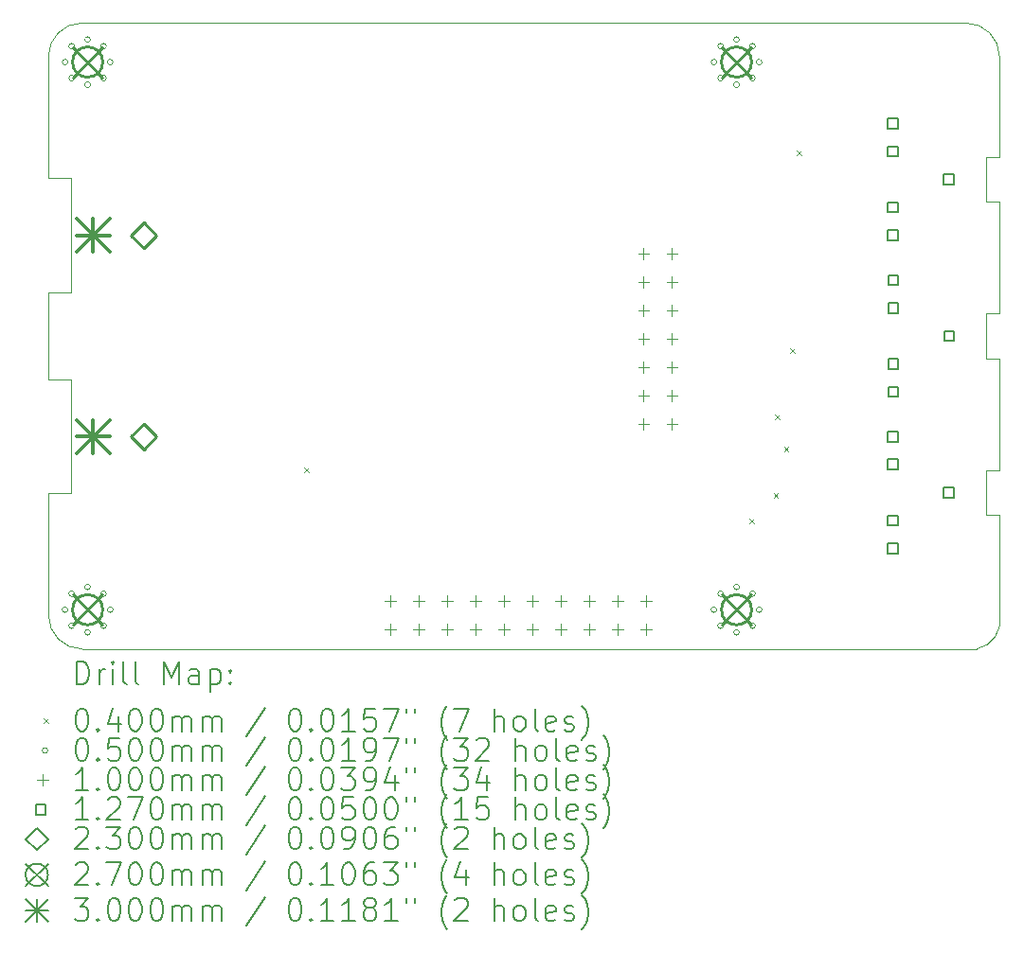
<source format=gbr>
%FSLAX45Y45*%
G04 Gerber Fmt 4.5, Leading zero omitted, Abs format (unit mm)*
G04 Created by KiCad (PCBNEW (6.0.1)) date 2022-01-27 00:39:42*
%MOMM*%
%LPD*%
G01*
G04 APERTURE LIST*
%TA.AperFunction,Profile*%
%ADD10C,0.100000*%
%TD*%
%ADD11C,0.200000*%
%ADD12C,0.040000*%
%ADD13C,0.050000*%
%ADD14C,0.100000*%
%ADD15C,0.127000*%
%ADD16C,0.230000*%
%ADD17C,0.270000*%
%ADD18C,0.300000*%
G04 APERTURE END LIST*
D10*
X5000000Y-6390000D02*
X5200000Y-6390000D01*
X5000000Y-10300000D02*
G75*
G03*
X5300000Y-10600000I300000J0D01*
G01*
X13500000Y-5300000D02*
G75*
G03*
X13200000Y-5000000I-300000J0D01*
G01*
X13500000Y-9400000D02*
X13380000Y-9400000D01*
X13500000Y-6200000D02*
X13380000Y-6200000D01*
X13300000Y-10600000D02*
G75*
G03*
X13500000Y-10300000I-50000J250000D01*
G01*
X13500000Y-8000000D02*
X13380000Y-8000000D01*
X13380000Y-6600000D02*
X13500000Y-6600000D01*
X13500000Y-9000000D02*
X13500000Y-8000000D01*
X5000000Y-8190000D02*
X5200000Y-8190000D01*
X13500000Y-6200000D02*
X13500000Y-5300000D01*
X13380000Y-9000000D02*
X13500000Y-9000000D01*
X5200000Y-9210000D02*
X5000000Y-9210000D01*
X13380000Y-9400000D02*
X13380000Y-9000000D01*
X5200000Y-7410000D02*
X5000000Y-7410000D01*
X13380000Y-7600000D02*
X13500000Y-7600000D01*
X13380000Y-8000000D02*
X13380000Y-7600000D01*
X5300000Y-5000000D02*
G75*
G03*
X5000000Y-5300000I0J-300000D01*
G01*
X13500000Y-6600000D02*
X13500000Y-7600000D01*
X5300000Y-10600000D02*
X13300000Y-10600000D01*
X5000000Y-7410000D02*
X5000000Y-8190000D01*
X5000000Y-9210000D02*
X5000000Y-10300000D01*
X5000000Y-5300000D02*
X5000000Y-6390000D01*
X13500000Y-9400000D02*
X13500000Y-10300000D01*
X5200000Y-6390000D02*
X5200000Y-7410000D01*
X5300000Y-5000000D02*
X13200000Y-5000000D01*
X5200000Y-8190000D02*
X5200000Y-9210000D01*
X13380000Y-6200000D02*
X13380000Y-6600000D01*
D11*
D12*
X7287470Y-8975750D02*
X7327470Y-9015750D01*
X7327470Y-8975750D02*
X7287470Y-9015750D01*
X11267340Y-9437370D02*
X11307340Y-9477370D01*
X11307340Y-9437370D02*
X11267340Y-9477370D01*
X11480000Y-9210000D02*
X11520000Y-9250000D01*
X11520000Y-9210000D02*
X11480000Y-9250000D01*
X11492020Y-8504540D02*
X11532020Y-8544540D01*
X11532020Y-8504540D02*
X11492020Y-8544540D01*
X11573340Y-8789530D02*
X11613340Y-8829530D01*
X11613340Y-8789530D02*
X11573340Y-8829530D01*
X11630000Y-7914500D02*
X11670000Y-7954500D01*
X11670000Y-7914500D02*
X11630000Y-7954500D01*
X11690000Y-6140000D02*
X11730000Y-6180000D01*
X11730000Y-6140000D02*
X11690000Y-6180000D01*
D13*
X5172500Y-5350000D02*
G75*
G03*
X5172500Y-5350000I-25000J0D01*
G01*
X5172500Y-10250000D02*
G75*
G03*
X5172500Y-10250000I-25000J0D01*
G01*
X5231811Y-5206811D02*
G75*
G03*
X5231811Y-5206811I-25000J0D01*
G01*
X5231811Y-5493189D02*
G75*
G03*
X5231811Y-5493189I-25000J0D01*
G01*
X5231811Y-10106811D02*
G75*
G03*
X5231811Y-10106811I-25000J0D01*
G01*
X5231811Y-10393189D02*
G75*
G03*
X5231811Y-10393189I-25000J0D01*
G01*
X5375000Y-5147500D02*
G75*
G03*
X5375000Y-5147500I-25000J0D01*
G01*
X5375000Y-5552500D02*
G75*
G03*
X5375000Y-5552500I-25000J0D01*
G01*
X5375000Y-10047500D02*
G75*
G03*
X5375000Y-10047500I-25000J0D01*
G01*
X5375000Y-10452500D02*
G75*
G03*
X5375000Y-10452500I-25000J0D01*
G01*
X5518189Y-5206811D02*
G75*
G03*
X5518189Y-5206811I-25000J0D01*
G01*
X5518189Y-5493189D02*
G75*
G03*
X5518189Y-5493189I-25000J0D01*
G01*
X5518189Y-10106811D02*
G75*
G03*
X5518189Y-10106811I-25000J0D01*
G01*
X5518189Y-10393189D02*
G75*
G03*
X5518189Y-10393189I-25000J0D01*
G01*
X5577500Y-5350000D02*
G75*
G03*
X5577500Y-5350000I-25000J0D01*
G01*
X5577500Y-10250000D02*
G75*
G03*
X5577500Y-10250000I-25000J0D01*
G01*
X10972500Y-5350000D02*
G75*
G03*
X10972500Y-5350000I-25000J0D01*
G01*
X10972500Y-10250000D02*
G75*
G03*
X10972500Y-10250000I-25000J0D01*
G01*
X11031811Y-5206811D02*
G75*
G03*
X11031811Y-5206811I-25000J0D01*
G01*
X11031811Y-5493189D02*
G75*
G03*
X11031811Y-5493189I-25000J0D01*
G01*
X11031811Y-10106811D02*
G75*
G03*
X11031811Y-10106811I-25000J0D01*
G01*
X11031811Y-10393189D02*
G75*
G03*
X11031811Y-10393189I-25000J0D01*
G01*
X11175000Y-5147500D02*
G75*
G03*
X11175000Y-5147500I-25000J0D01*
G01*
X11175000Y-5552500D02*
G75*
G03*
X11175000Y-5552500I-25000J0D01*
G01*
X11175000Y-10047500D02*
G75*
G03*
X11175000Y-10047500I-25000J0D01*
G01*
X11175000Y-10452500D02*
G75*
G03*
X11175000Y-10452500I-25000J0D01*
G01*
X11318189Y-5206811D02*
G75*
G03*
X11318189Y-5206811I-25000J0D01*
G01*
X11318189Y-5493189D02*
G75*
G03*
X11318189Y-5493189I-25000J0D01*
G01*
X11318189Y-10106811D02*
G75*
G03*
X11318189Y-10106811I-25000J0D01*
G01*
X11318189Y-10393189D02*
G75*
G03*
X11318189Y-10393189I-25000J0D01*
G01*
X11377500Y-5350000D02*
G75*
G03*
X11377500Y-5350000I-25000J0D01*
G01*
X11377500Y-10250000D02*
G75*
G03*
X11377500Y-10250000I-25000J0D01*
G01*
D14*
X8057000Y-10123000D02*
X8057000Y-10223000D01*
X8007000Y-10173000D02*
X8107000Y-10173000D01*
X8057000Y-10377000D02*
X8057000Y-10477000D01*
X8007000Y-10427000D02*
X8107000Y-10427000D01*
X8311000Y-10123000D02*
X8311000Y-10223000D01*
X8261000Y-10173000D02*
X8361000Y-10173000D01*
X8311000Y-10377000D02*
X8311000Y-10477000D01*
X8261000Y-10427000D02*
X8361000Y-10427000D01*
X8565000Y-10123000D02*
X8565000Y-10223000D01*
X8515000Y-10173000D02*
X8615000Y-10173000D01*
X8565000Y-10377000D02*
X8565000Y-10477000D01*
X8515000Y-10427000D02*
X8615000Y-10427000D01*
X8819000Y-10123000D02*
X8819000Y-10223000D01*
X8769000Y-10173000D02*
X8869000Y-10173000D01*
X8819000Y-10377000D02*
X8819000Y-10477000D01*
X8769000Y-10427000D02*
X8869000Y-10427000D01*
X9073000Y-10123000D02*
X9073000Y-10223000D01*
X9023000Y-10173000D02*
X9123000Y-10173000D01*
X9073000Y-10377000D02*
X9073000Y-10477000D01*
X9023000Y-10427000D02*
X9123000Y-10427000D01*
X9327000Y-10123000D02*
X9327000Y-10223000D01*
X9277000Y-10173000D02*
X9377000Y-10173000D01*
X9327000Y-10377000D02*
X9327000Y-10477000D01*
X9277000Y-10427000D02*
X9377000Y-10427000D01*
X9581000Y-10123000D02*
X9581000Y-10223000D01*
X9531000Y-10173000D02*
X9631000Y-10173000D01*
X9581000Y-10377000D02*
X9581000Y-10477000D01*
X9531000Y-10427000D02*
X9631000Y-10427000D01*
X9835000Y-10123000D02*
X9835000Y-10223000D01*
X9785000Y-10173000D02*
X9885000Y-10173000D01*
X9835000Y-10377000D02*
X9835000Y-10477000D01*
X9785000Y-10427000D02*
X9885000Y-10427000D01*
X10089000Y-10123000D02*
X10089000Y-10223000D01*
X10039000Y-10173000D02*
X10139000Y-10173000D01*
X10089000Y-10377000D02*
X10089000Y-10477000D01*
X10039000Y-10427000D02*
X10139000Y-10427000D01*
X10320000Y-7010700D02*
X10320000Y-7110700D01*
X10270000Y-7060700D02*
X10370000Y-7060700D01*
X10320000Y-7264700D02*
X10320000Y-7364700D01*
X10270000Y-7314700D02*
X10370000Y-7314700D01*
X10320000Y-7518700D02*
X10320000Y-7618700D01*
X10270000Y-7568700D02*
X10370000Y-7568700D01*
X10320000Y-7772700D02*
X10320000Y-7872700D01*
X10270000Y-7822700D02*
X10370000Y-7822700D01*
X10320000Y-8026700D02*
X10320000Y-8126700D01*
X10270000Y-8076700D02*
X10370000Y-8076700D01*
X10320000Y-8280700D02*
X10320000Y-8380700D01*
X10270000Y-8330700D02*
X10370000Y-8330700D01*
X10320000Y-8534700D02*
X10320000Y-8634700D01*
X10270000Y-8584700D02*
X10370000Y-8584700D01*
X10343000Y-10123000D02*
X10343000Y-10223000D01*
X10293000Y-10173000D02*
X10393000Y-10173000D01*
X10343000Y-10377000D02*
X10343000Y-10477000D01*
X10293000Y-10427000D02*
X10393000Y-10427000D01*
X10574000Y-7010700D02*
X10574000Y-7110700D01*
X10524000Y-7060700D02*
X10624000Y-7060700D01*
X10574000Y-7264700D02*
X10574000Y-7364700D01*
X10524000Y-7314700D02*
X10624000Y-7314700D01*
X10574000Y-7518700D02*
X10574000Y-7618700D01*
X10524000Y-7568700D02*
X10624000Y-7568700D01*
X10574000Y-7772700D02*
X10574000Y-7872700D01*
X10524000Y-7822700D02*
X10624000Y-7822700D01*
X10574000Y-8026700D02*
X10574000Y-8126700D01*
X10524000Y-8076700D02*
X10624000Y-8076700D01*
X10574000Y-8280700D02*
X10574000Y-8380700D01*
X10524000Y-8330700D02*
X10624000Y-8330700D01*
X10574000Y-8534700D02*
X10574000Y-8634700D01*
X10524000Y-8584700D02*
X10624000Y-8584700D01*
D15*
X12589902Y-5944902D02*
X12589902Y-5855098D01*
X12500098Y-5855098D01*
X12500098Y-5944902D01*
X12589902Y-5944902D01*
X12589902Y-6194902D02*
X12589902Y-6105098D01*
X12500098Y-6105098D01*
X12500098Y-6194902D01*
X12589902Y-6194902D01*
X12589902Y-6694902D02*
X12589902Y-6605098D01*
X12500098Y-6605098D01*
X12500098Y-6694902D01*
X12589902Y-6694902D01*
X12589902Y-6944902D02*
X12589902Y-6855098D01*
X12500098Y-6855098D01*
X12500098Y-6944902D01*
X12589902Y-6944902D01*
X12589902Y-8744902D02*
X12589902Y-8655098D01*
X12500098Y-8655098D01*
X12500098Y-8744902D01*
X12589902Y-8744902D01*
X12589902Y-8994902D02*
X12589902Y-8905098D01*
X12500098Y-8905098D01*
X12500098Y-8994902D01*
X12589902Y-8994902D01*
X12589902Y-9494902D02*
X12589902Y-9405098D01*
X12500098Y-9405098D01*
X12500098Y-9494902D01*
X12589902Y-9494902D01*
X12589902Y-9744902D02*
X12589902Y-9655098D01*
X12500098Y-9655098D01*
X12500098Y-9744902D01*
X12589902Y-9744902D01*
X12594902Y-7344902D02*
X12594902Y-7255098D01*
X12505098Y-7255098D01*
X12505098Y-7344902D01*
X12594902Y-7344902D01*
X12594902Y-7594902D02*
X12594902Y-7505098D01*
X12505098Y-7505098D01*
X12505098Y-7594902D01*
X12594902Y-7594902D01*
X12594902Y-8094902D02*
X12594902Y-8005098D01*
X12505098Y-8005098D01*
X12505098Y-8094902D01*
X12594902Y-8094902D01*
X12594902Y-8344902D02*
X12594902Y-8255098D01*
X12505098Y-8255098D01*
X12505098Y-8344902D01*
X12594902Y-8344902D01*
X13089902Y-6444902D02*
X13089902Y-6355098D01*
X13000098Y-6355098D01*
X13000098Y-6444902D01*
X13089902Y-6444902D01*
X13089902Y-9244902D02*
X13089902Y-9155098D01*
X13000098Y-9155098D01*
X13000098Y-9244902D01*
X13089902Y-9244902D01*
X13094902Y-7844902D02*
X13094902Y-7755098D01*
X13005098Y-7755098D01*
X13005098Y-7844902D01*
X13094902Y-7844902D01*
D16*
X5850000Y-7015000D02*
X5965000Y-6900000D01*
X5850000Y-6785000D01*
X5735000Y-6900000D01*
X5850000Y-7015000D01*
X5850000Y-8815000D02*
X5965000Y-8700000D01*
X5850000Y-8585000D01*
X5735000Y-8700000D01*
X5850000Y-8815000D01*
D17*
X5215000Y-5215000D02*
X5485000Y-5485000D01*
X5485000Y-5215000D02*
X5215000Y-5485000D01*
X5485000Y-5350000D02*
G75*
G03*
X5485000Y-5350000I-135000J0D01*
G01*
X5215000Y-10115000D02*
X5485000Y-10385000D01*
X5485000Y-10115000D02*
X5215000Y-10385000D01*
X5485000Y-10250000D02*
G75*
G03*
X5485000Y-10250000I-135000J0D01*
G01*
X11015000Y-5215000D02*
X11285000Y-5485000D01*
X11285000Y-5215000D02*
X11015000Y-5485000D01*
X11285000Y-5350000D02*
G75*
G03*
X11285000Y-5350000I-135000J0D01*
G01*
X11015000Y-10115000D02*
X11285000Y-10385000D01*
X11285000Y-10115000D02*
X11015000Y-10385000D01*
X11285000Y-10250000D02*
G75*
G03*
X11285000Y-10250000I-135000J0D01*
G01*
D18*
X5250000Y-6750000D02*
X5550000Y-7050000D01*
X5550000Y-6750000D02*
X5250000Y-7050000D01*
X5400000Y-6750000D02*
X5400000Y-7050000D01*
X5250000Y-6900000D02*
X5550000Y-6900000D01*
X5250000Y-8550000D02*
X5550000Y-8850000D01*
X5550000Y-8550000D02*
X5250000Y-8850000D01*
X5400000Y-8550000D02*
X5400000Y-8850000D01*
X5250000Y-8700000D02*
X5550000Y-8700000D01*
D11*
X5252619Y-10915476D02*
X5252619Y-10715476D01*
X5300238Y-10715476D01*
X5328810Y-10725000D01*
X5347857Y-10744048D01*
X5357381Y-10763095D01*
X5366905Y-10801190D01*
X5366905Y-10829762D01*
X5357381Y-10867857D01*
X5347857Y-10886905D01*
X5328810Y-10905952D01*
X5300238Y-10915476D01*
X5252619Y-10915476D01*
X5452619Y-10915476D02*
X5452619Y-10782143D01*
X5452619Y-10820238D02*
X5462143Y-10801190D01*
X5471667Y-10791667D01*
X5490714Y-10782143D01*
X5509762Y-10782143D01*
X5576429Y-10915476D02*
X5576429Y-10782143D01*
X5576429Y-10715476D02*
X5566905Y-10725000D01*
X5576429Y-10734524D01*
X5585952Y-10725000D01*
X5576429Y-10715476D01*
X5576429Y-10734524D01*
X5700238Y-10915476D02*
X5681190Y-10905952D01*
X5671667Y-10886905D01*
X5671667Y-10715476D01*
X5805000Y-10915476D02*
X5785952Y-10905952D01*
X5776428Y-10886905D01*
X5776428Y-10715476D01*
X6033571Y-10915476D02*
X6033571Y-10715476D01*
X6100238Y-10858333D01*
X6166905Y-10715476D01*
X6166905Y-10915476D01*
X6347857Y-10915476D02*
X6347857Y-10810714D01*
X6338333Y-10791667D01*
X6319286Y-10782143D01*
X6281190Y-10782143D01*
X6262143Y-10791667D01*
X6347857Y-10905952D02*
X6328809Y-10915476D01*
X6281190Y-10915476D01*
X6262143Y-10905952D01*
X6252619Y-10886905D01*
X6252619Y-10867857D01*
X6262143Y-10848810D01*
X6281190Y-10839286D01*
X6328809Y-10839286D01*
X6347857Y-10829762D01*
X6443095Y-10782143D02*
X6443095Y-10982143D01*
X6443095Y-10791667D02*
X6462143Y-10782143D01*
X6500238Y-10782143D01*
X6519286Y-10791667D01*
X6528809Y-10801190D01*
X6538333Y-10820238D01*
X6538333Y-10877381D01*
X6528809Y-10896429D01*
X6519286Y-10905952D01*
X6500238Y-10915476D01*
X6462143Y-10915476D01*
X6443095Y-10905952D01*
X6624048Y-10896429D02*
X6633571Y-10905952D01*
X6624048Y-10915476D01*
X6614524Y-10905952D01*
X6624048Y-10896429D01*
X6624048Y-10915476D01*
X6624048Y-10791667D02*
X6633571Y-10801190D01*
X6624048Y-10810714D01*
X6614524Y-10801190D01*
X6624048Y-10791667D01*
X6624048Y-10810714D01*
D12*
X4955000Y-11225000D02*
X4995000Y-11265000D01*
X4995000Y-11225000D02*
X4955000Y-11265000D01*
D11*
X5290714Y-11135476D02*
X5309762Y-11135476D01*
X5328810Y-11145000D01*
X5338333Y-11154524D01*
X5347857Y-11173571D01*
X5357381Y-11211667D01*
X5357381Y-11259286D01*
X5347857Y-11297381D01*
X5338333Y-11316428D01*
X5328810Y-11325952D01*
X5309762Y-11335476D01*
X5290714Y-11335476D01*
X5271667Y-11325952D01*
X5262143Y-11316428D01*
X5252619Y-11297381D01*
X5243095Y-11259286D01*
X5243095Y-11211667D01*
X5252619Y-11173571D01*
X5262143Y-11154524D01*
X5271667Y-11145000D01*
X5290714Y-11135476D01*
X5443095Y-11316428D02*
X5452619Y-11325952D01*
X5443095Y-11335476D01*
X5433571Y-11325952D01*
X5443095Y-11316428D01*
X5443095Y-11335476D01*
X5624048Y-11202143D02*
X5624048Y-11335476D01*
X5576429Y-11125952D02*
X5528810Y-11268809D01*
X5652619Y-11268809D01*
X5766905Y-11135476D02*
X5785952Y-11135476D01*
X5805000Y-11145000D01*
X5814524Y-11154524D01*
X5824048Y-11173571D01*
X5833571Y-11211667D01*
X5833571Y-11259286D01*
X5824048Y-11297381D01*
X5814524Y-11316428D01*
X5805000Y-11325952D01*
X5785952Y-11335476D01*
X5766905Y-11335476D01*
X5747857Y-11325952D01*
X5738333Y-11316428D01*
X5728809Y-11297381D01*
X5719286Y-11259286D01*
X5719286Y-11211667D01*
X5728809Y-11173571D01*
X5738333Y-11154524D01*
X5747857Y-11145000D01*
X5766905Y-11135476D01*
X5957381Y-11135476D02*
X5976428Y-11135476D01*
X5995476Y-11145000D01*
X6005000Y-11154524D01*
X6014524Y-11173571D01*
X6024048Y-11211667D01*
X6024048Y-11259286D01*
X6014524Y-11297381D01*
X6005000Y-11316428D01*
X5995476Y-11325952D01*
X5976428Y-11335476D01*
X5957381Y-11335476D01*
X5938333Y-11325952D01*
X5928809Y-11316428D01*
X5919286Y-11297381D01*
X5909762Y-11259286D01*
X5909762Y-11211667D01*
X5919286Y-11173571D01*
X5928809Y-11154524D01*
X5938333Y-11145000D01*
X5957381Y-11135476D01*
X6109762Y-11335476D02*
X6109762Y-11202143D01*
X6109762Y-11221190D02*
X6119286Y-11211667D01*
X6138333Y-11202143D01*
X6166905Y-11202143D01*
X6185952Y-11211667D01*
X6195476Y-11230714D01*
X6195476Y-11335476D01*
X6195476Y-11230714D02*
X6205000Y-11211667D01*
X6224048Y-11202143D01*
X6252619Y-11202143D01*
X6271667Y-11211667D01*
X6281190Y-11230714D01*
X6281190Y-11335476D01*
X6376428Y-11335476D02*
X6376428Y-11202143D01*
X6376428Y-11221190D02*
X6385952Y-11211667D01*
X6405000Y-11202143D01*
X6433571Y-11202143D01*
X6452619Y-11211667D01*
X6462143Y-11230714D01*
X6462143Y-11335476D01*
X6462143Y-11230714D02*
X6471667Y-11211667D01*
X6490714Y-11202143D01*
X6519286Y-11202143D01*
X6538333Y-11211667D01*
X6547857Y-11230714D01*
X6547857Y-11335476D01*
X6938333Y-11125952D02*
X6766905Y-11383095D01*
X7195476Y-11135476D02*
X7214524Y-11135476D01*
X7233571Y-11145000D01*
X7243095Y-11154524D01*
X7252619Y-11173571D01*
X7262143Y-11211667D01*
X7262143Y-11259286D01*
X7252619Y-11297381D01*
X7243095Y-11316428D01*
X7233571Y-11325952D01*
X7214524Y-11335476D01*
X7195476Y-11335476D01*
X7176428Y-11325952D01*
X7166905Y-11316428D01*
X7157381Y-11297381D01*
X7147857Y-11259286D01*
X7147857Y-11211667D01*
X7157381Y-11173571D01*
X7166905Y-11154524D01*
X7176428Y-11145000D01*
X7195476Y-11135476D01*
X7347857Y-11316428D02*
X7357381Y-11325952D01*
X7347857Y-11335476D01*
X7338333Y-11325952D01*
X7347857Y-11316428D01*
X7347857Y-11335476D01*
X7481190Y-11135476D02*
X7500238Y-11135476D01*
X7519286Y-11145000D01*
X7528809Y-11154524D01*
X7538333Y-11173571D01*
X7547857Y-11211667D01*
X7547857Y-11259286D01*
X7538333Y-11297381D01*
X7528809Y-11316428D01*
X7519286Y-11325952D01*
X7500238Y-11335476D01*
X7481190Y-11335476D01*
X7462143Y-11325952D01*
X7452619Y-11316428D01*
X7443095Y-11297381D01*
X7433571Y-11259286D01*
X7433571Y-11211667D01*
X7443095Y-11173571D01*
X7452619Y-11154524D01*
X7462143Y-11145000D01*
X7481190Y-11135476D01*
X7738333Y-11335476D02*
X7624048Y-11335476D01*
X7681190Y-11335476D02*
X7681190Y-11135476D01*
X7662143Y-11164048D01*
X7643095Y-11183095D01*
X7624048Y-11192619D01*
X7919286Y-11135476D02*
X7824048Y-11135476D01*
X7814524Y-11230714D01*
X7824048Y-11221190D01*
X7843095Y-11211667D01*
X7890714Y-11211667D01*
X7909762Y-11221190D01*
X7919286Y-11230714D01*
X7928809Y-11249762D01*
X7928809Y-11297381D01*
X7919286Y-11316428D01*
X7909762Y-11325952D01*
X7890714Y-11335476D01*
X7843095Y-11335476D01*
X7824048Y-11325952D01*
X7814524Y-11316428D01*
X7995476Y-11135476D02*
X8128809Y-11135476D01*
X8043095Y-11335476D01*
X8195476Y-11135476D02*
X8195476Y-11173571D01*
X8271667Y-11135476D02*
X8271667Y-11173571D01*
X8566905Y-11411667D02*
X8557381Y-11402143D01*
X8538333Y-11373571D01*
X8528810Y-11354524D01*
X8519286Y-11325952D01*
X8509762Y-11278333D01*
X8509762Y-11240238D01*
X8519286Y-11192619D01*
X8528810Y-11164048D01*
X8538333Y-11145000D01*
X8557381Y-11116429D01*
X8566905Y-11106905D01*
X8624048Y-11135476D02*
X8757381Y-11135476D01*
X8671667Y-11335476D01*
X8985952Y-11335476D02*
X8985952Y-11135476D01*
X9071667Y-11335476D02*
X9071667Y-11230714D01*
X9062143Y-11211667D01*
X9043095Y-11202143D01*
X9014524Y-11202143D01*
X8995476Y-11211667D01*
X8985952Y-11221190D01*
X9195476Y-11335476D02*
X9176429Y-11325952D01*
X9166905Y-11316428D01*
X9157381Y-11297381D01*
X9157381Y-11240238D01*
X9166905Y-11221190D01*
X9176429Y-11211667D01*
X9195476Y-11202143D01*
X9224048Y-11202143D01*
X9243095Y-11211667D01*
X9252619Y-11221190D01*
X9262143Y-11240238D01*
X9262143Y-11297381D01*
X9252619Y-11316428D01*
X9243095Y-11325952D01*
X9224048Y-11335476D01*
X9195476Y-11335476D01*
X9376429Y-11335476D02*
X9357381Y-11325952D01*
X9347857Y-11306905D01*
X9347857Y-11135476D01*
X9528810Y-11325952D02*
X9509762Y-11335476D01*
X9471667Y-11335476D01*
X9452619Y-11325952D01*
X9443095Y-11306905D01*
X9443095Y-11230714D01*
X9452619Y-11211667D01*
X9471667Y-11202143D01*
X9509762Y-11202143D01*
X9528810Y-11211667D01*
X9538333Y-11230714D01*
X9538333Y-11249762D01*
X9443095Y-11268809D01*
X9614524Y-11325952D02*
X9633571Y-11335476D01*
X9671667Y-11335476D01*
X9690714Y-11325952D01*
X9700238Y-11306905D01*
X9700238Y-11297381D01*
X9690714Y-11278333D01*
X9671667Y-11268809D01*
X9643095Y-11268809D01*
X9624048Y-11259286D01*
X9614524Y-11240238D01*
X9614524Y-11230714D01*
X9624048Y-11211667D01*
X9643095Y-11202143D01*
X9671667Y-11202143D01*
X9690714Y-11211667D01*
X9766905Y-11411667D02*
X9776429Y-11402143D01*
X9795476Y-11373571D01*
X9805000Y-11354524D01*
X9814524Y-11325952D01*
X9824048Y-11278333D01*
X9824048Y-11240238D01*
X9814524Y-11192619D01*
X9805000Y-11164048D01*
X9795476Y-11145000D01*
X9776429Y-11116429D01*
X9766905Y-11106905D01*
D13*
X4995000Y-11509000D02*
G75*
G03*
X4995000Y-11509000I-25000J0D01*
G01*
D11*
X5290714Y-11399476D02*
X5309762Y-11399476D01*
X5328810Y-11409000D01*
X5338333Y-11418524D01*
X5347857Y-11437571D01*
X5357381Y-11475667D01*
X5357381Y-11523286D01*
X5347857Y-11561381D01*
X5338333Y-11580428D01*
X5328810Y-11589952D01*
X5309762Y-11599476D01*
X5290714Y-11599476D01*
X5271667Y-11589952D01*
X5262143Y-11580428D01*
X5252619Y-11561381D01*
X5243095Y-11523286D01*
X5243095Y-11475667D01*
X5252619Y-11437571D01*
X5262143Y-11418524D01*
X5271667Y-11409000D01*
X5290714Y-11399476D01*
X5443095Y-11580428D02*
X5452619Y-11589952D01*
X5443095Y-11599476D01*
X5433571Y-11589952D01*
X5443095Y-11580428D01*
X5443095Y-11599476D01*
X5633571Y-11399476D02*
X5538333Y-11399476D01*
X5528810Y-11494714D01*
X5538333Y-11485190D01*
X5557381Y-11475667D01*
X5605000Y-11475667D01*
X5624048Y-11485190D01*
X5633571Y-11494714D01*
X5643095Y-11513762D01*
X5643095Y-11561381D01*
X5633571Y-11580428D01*
X5624048Y-11589952D01*
X5605000Y-11599476D01*
X5557381Y-11599476D01*
X5538333Y-11589952D01*
X5528810Y-11580428D01*
X5766905Y-11399476D02*
X5785952Y-11399476D01*
X5805000Y-11409000D01*
X5814524Y-11418524D01*
X5824048Y-11437571D01*
X5833571Y-11475667D01*
X5833571Y-11523286D01*
X5824048Y-11561381D01*
X5814524Y-11580428D01*
X5805000Y-11589952D01*
X5785952Y-11599476D01*
X5766905Y-11599476D01*
X5747857Y-11589952D01*
X5738333Y-11580428D01*
X5728809Y-11561381D01*
X5719286Y-11523286D01*
X5719286Y-11475667D01*
X5728809Y-11437571D01*
X5738333Y-11418524D01*
X5747857Y-11409000D01*
X5766905Y-11399476D01*
X5957381Y-11399476D02*
X5976428Y-11399476D01*
X5995476Y-11409000D01*
X6005000Y-11418524D01*
X6014524Y-11437571D01*
X6024048Y-11475667D01*
X6024048Y-11523286D01*
X6014524Y-11561381D01*
X6005000Y-11580428D01*
X5995476Y-11589952D01*
X5976428Y-11599476D01*
X5957381Y-11599476D01*
X5938333Y-11589952D01*
X5928809Y-11580428D01*
X5919286Y-11561381D01*
X5909762Y-11523286D01*
X5909762Y-11475667D01*
X5919286Y-11437571D01*
X5928809Y-11418524D01*
X5938333Y-11409000D01*
X5957381Y-11399476D01*
X6109762Y-11599476D02*
X6109762Y-11466143D01*
X6109762Y-11485190D02*
X6119286Y-11475667D01*
X6138333Y-11466143D01*
X6166905Y-11466143D01*
X6185952Y-11475667D01*
X6195476Y-11494714D01*
X6195476Y-11599476D01*
X6195476Y-11494714D02*
X6205000Y-11475667D01*
X6224048Y-11466143D01*
X6252619Y-11466143D01*
X6271667Y-11475667D01*
X6281190Y-11494714D01*
X6281190Y-11599476D01*
X6376428Y-11599476D02*
X6376428Y-11466143D01*
X6376428Y-11485190D02*
X6385952Y-11475667D01*
X6405000Y-11466143D01*
X6433571Y-11466143D01*
X6452619Y-11475667D01*
X6462143Y-11494714D01*
X6462143Y-11599476D01*
X6462143Y-11494714D02*
X6471667Y-11475667D01*
X6490714Y-11466143D01*
X6519286Y-11466143D01*
X6538333Y-11475667D01*
X6547857Y-11494714D01*
X6547857Y-11599476D01*
X6938333Y-11389952D02*
X6766905Y-11647095D01*
X7195476Y-11399476D02*
X7214524Y-11399476D01*
X7233571Y-11409000D01*
X7243095Y-11418524D01*
X7252619Y-11437571D01*
X7262143Y-11475667D01*
X7262143Y-11523286D01*
X7252619Y-11561381D01*
X7243095Y-11580428D01*
X7233571Y-11589952D01*
X7214524Y-11599476D01*
X7195476Y-11599476D01*
X7176428Y-11589952D01*
X7166905Y-11580428D01*
X7157381Y-11561381D01*
X7147857Y-11523286D01*
X7147857Y-11475667D01*
X7157381Y-11437571D01*
X7166905Y-11418524D01*
X7176428Y-11409000D01*
X7195476Y-11399476D01*
X7347857Y-11580428D02*
X7357381Y-11589952D01*
X7347857Y-11599476D01*
X7338333Y-11589952D01*
X7347857Y-11580428D01*
X7347857Y-11599476D01*
X7481190Y-11399476D02*
X7500238Y-11399476D01*
X7519286Y-11409000D01*
X7528809Y-11418524D01*
X7538333Y-11437571D01*
X7547857Y-11475667D01*
X7547857Y-11523286D01*
X7538333Y-11561381D01*
X7528809Y-11580428D01*
X7519286Y-11589952D01*
X7500238Y-11599476D01*
X7481190Y-11599476D01*
X7462143Y-11589952D01*
X7452619Y-11580428D01*
X7443095Y-11561381D01*
X7433571Y-11523286D01*
X7433571Y-11475667D01*
X7443095Y-11437571D01*
X7452619Y-11418524D01*
X7462143Y-11409000D01*
X7481190Y-11399476D01*
X7738333Y-11599476D02*
X7624048Y-11599476D01*
X7681190Y-11599476D02*
X7681190Y-11399476D01*
X7662143Y-11428048D01*
X7643095Y-11447095D01*
X7624048Y-11456619D01*
X7833571Y-11599476D02*
X7871667Y-11599476D01*
X7890714Y-11589952D01*
X7900238Y-11580428D01*
X7919286Y-11551857D01*
X7928809Y-11513762D01*
X7928809Y-11437571D01*
X7919286Y-11418524D01*
X7909762Y-11409000D01*
X7890714Y-11399476D01*
X7852619Y-11399476D01*
X7833571Y-11409000D01*
X7824048Y-11418524D01*
X7814524Y-11437571D01*
X7814524Y-11485190D01*
X7824048Y-11504238D01*
X7833571Y-11513762D01*
X7852619Y-11523286D01*
X7890714Y-11523286D01*
X7909762Y-11513762D01*
X7919286Y-11504238D01*
X7928809Y-11485190D01*
X7995476Y-11399476D02*
X8128809Y-11399476D01*
X8043095Y-11599476D01*
X8195476Y-11399476D02*
X8195476Y-11437571D01*
X8271667Y-11399476D02*
X8271667Y-11437571D01*
X8566905Y-11675667D02*
X8557381Y-11666143D01*
X8538333Y-11637571D01*
X8528810Y-11618524D01*
X8519286Y-11589952D01*
X8509762Y-11542333D01*
X8509762Y-11504238D01*
X8519286Y-11456619D01*
X8528810Y-11428048D01*
X8538333Y-11409000D01*
X8557381Y-11380428D01*
X8566905Y-11370905D01*
X8624048Y-11399476D02*
X8747857Y-11399476D01*
X8681190Y-11475667D01*
X8709762Y-11475667D01*
X8728810Y-11485190D01*
X8738333Y-11494714D01*
X8747857Y-11513762D01*
X8747857Y-11561381D01*
X8738333Y-11580428D01*
X8728810Y-11589952D01*
X8709762Y-11599476D01*
X8652619Y-11599476D01*
X8633571Y-11589952D01*
X8624048Y-11580428D01*
X8824048Y-11418524D02*
X8833571Y-11409000D01*
X8852619Y-11399476D01*
X8900238Y-11399476D01*
X8919286Y-11409000D01*
X8928810Y-11418524D01*
X8938333Y-11437571D01*
X8938333Y-11456619D01*
X8928810Y-11485190D01*
X8814524Y-11599476D01*
X8938333Y-11599476D01*
X9176429Y-11599476D02*
X9176429Y-11399476D01*
X9262143Y-11599476D02*
X9262143Y-11494714D01*
X9252619Y-11475667D01*
X9233571Y-11466143D01*
X9205000Y-11466143D01*
X9185952Y-11475667D01*
X9176429Y-11485190D01*
X9385952Y-11599476D02*
X9366905Y-11589952D01*
X9357381Y-11580428D01*
X9347857Y-11561381D01*
X9347857Y-11504238D01*
X9357381Y-11485190D01*
X9366905Y-11475667D01*
X9385952Y-11466143D01*
X9414524Y-11466143D01*
X9433571Y-11475667D01*
X9443095Y-11485190D01*
X9452619Y-11504238D01*
X9452619Y-11561381D01*
X9443095Y-11580428D01*
X9433571Y-11589952D01*
X9414524Y-11599476D01*
X9385952Y-11599476D01*
X9566905Y-11599476D02*
X9547857Y-11589952D01*
X9538333Y-11570905D01*
X9538333Y-11399476D01*
X9719286Y-11589952D02*
X9700238Y-11599476D01*
X9662143Y-11599476D01*
X9643095Y-11589952D01*
X9633571Y-11570905D01*
X9633571Y-11494714D01*
X9643095Y-11475667D01*
X9662143Y-11466143D01*
X9700238Y-11466143D01*
X9719286Y-11475667D01*
X9728810Y-11494714D01*
X9728810Y-11513762D01*
X9633571Y-11532809D01*
X9805000Y-11589952D02*
X9824048Y-11599476D01*
X9862143Y-11599476D01*
X9881190Y-11589952D01*
X9890714Y-11570905D01*
X9890714Y-11561381D01*
X9881190Y-11542333D01*
X9862143Y-11532809D01*
X9833571Y-11532809D01*
X9814524Y-11523286D01*
X9805000Y-11504238D01*
X9805000Y-11494714D01*
X9814524Y-11475667D01*
X9833571Y-11466143D01*
X9862143Y-11466143D01*
X9881190Y-11475667D01*
X9957381Y-11675667D02*
X9966905Y-11666143D01*
X9985952Y-11637571D01*
X9995476Y-11618524D01*
X10005000Y-11589952D01*
X10014524Y-11542333D01*
X10014524Y-11504238D01*
X10005000Y-11456619D01*
X9995476Y-11428048D01*
X9985952Y-11409000D01*
X9966905Y-11380428D01*
X9957381Y-11370905D01*
D14*
X4945000Y-11723000D02*
X4945000Y-11823000D01*
X4895000Y-11773000D02*
X4995000Y-11773000D01*
D11*
X5357381Y-11863476D02*
X5243095Y-11863476D01*
X5300238Y-11863476D02*
X5300238Y-11663476D01*
X5281190Y-11692048D01*
X5262143Y-11711095D01*
X5243095Y-11720619D01*
X5443095Y-11844428D02*
X5452619Y-11853952D01*
X5443095Y-11863476D01*
X5433571Y-11853952D01*
X5443095Y-11844428D01*
X5443095Y-11863476D01*
X5576429Y-11663476D02*
X5595476Y-11663476D01*
X5614524Y-11673000D01*
X5624048Y-11682524D01*
X5633571Y-11701571D01*
X5643095Y-11739667D01*
X5643095Y-11787286D01*
X5633571Y-11825381D01*
X5624048Y-11844428D01*
X5614524Y-11853952D01*
X5595476Y-11863476D01*
X5576429Y-11863476D01*
X5557381Y-11853952D01*
X5547857Y-11844428D01*
X5538333Y-11825381D01*
X5528810Y-11787286D01*
X5528810Y-11739667D01*
X5538333Y-11701571D01*
X5547857Y-11682524D01*
X5557381Y-11673000D01*
X5576429Y-11663476D01*
X5766905Y-11663476D02*
X5785952Y-11663476D01*
X5805000Y-11673000D01*
X5814524Y-11682524D01*
X5824048Y-11701571D01*
X5833571Y-11739667D01*
X5833571Y-11787286D01*
X5824048Y-11825381D01*
X5814524Y-11844428D01*
X5805000Y-11853952D01*
X5785952Y-11863476D01*
X5766905Y-11863476D01*
X5747857Y-11853952D01*
X5738333Y-11844428D01*
X5728809Y-11825381D01*
X5719286Y-11787286D01*
X5719286Y-11739667D01*
X5728809Y-11701571D01*
X5738333Y-11682524D01*
X5747857Y-11673000D01*
X5766905Y-11663476D01*
X5957381Y-11663476D02*
X5976428Y-11663476D01*
X5995476Y-11673000D01*
X6005000Y-11682524D01*
X6014524Y-11701571D01*
X6024048Y-11739667D01*
X6024048Y-11787286D01*
X6014524Y-11825381D01*
X6005000Y-11844428D01*
X5995476Y-11853952D01*
X5976428Y-11863476D01*
X5957381Y-11863476D01*
X5938333Y-11853952D01*
X5928809Y-11844428D01*
X5919286Y-11825381D01*
X5909762Y-11787286D01*
X5909762Y-11739667D01*
X5919286Y-11701571D01*
X5928809Y-11682524D01*
X5938333Y-11673000D01*
X5957381Y-11663476D01*
X6109762Y-11863476D02*
X6109762Y-11730143D01*
X6109762Y-11749190D02*
X6119286Y-11739667D01*
X6138333Y-11730143D01*
X6166905Y-11730143D01*
X6185952Y-11739667D01*
X6195476Y-11758714D01*
X6195476Y-11863476D01*
X6195476Y-11758714D02*
X6205000Y-11739667D01*
X6224048Y-11730143D01*
X6252619Y-11730143D01*
X6271667Y-11739667D01*
X6281190Y-11758714D01*
X6281190Y-11863476D01*
X6376428Y-11863476D02*
X6376428Y-11730143D01*
X6376428Y-11749190D02*
X6385952Y-11739667D01*
X6405000Y-11730143D01*
X6433571Y-11730143D01*
X6452619Y-11739667D01*
X6462143Y-11758714D01*
X6462143Y-11863476D01*
X6462143Y-11758714D02*
X6471667Y-11739667D01*
X6490714Y-11730143D01*
X6519286Y-11730143D01*
X6538333Y-11739667D01*
X6547857Y-11758714D01*
X6547857Y-11863476D01*
X6938333Y-11653952D02*
X6766905Y-11911095D01*
X7195476Y-11663476D02*
X7214524Y-11663476D01*
X7233571Y-11673000D01*
X7243095Y-11682524D01*
X7252619Y-11701571D01*
X7262143Y-11739667D01*
X7262143Y-11787286D01*
X7252619Y-11825381D01*
X7243095Y-11844428D01*
X7233571Y-11853952D01*
X7214524Y-11863476D01*
X7195476Y-11863476D01*
X7176428Y-11853952D01*
X7166905Y-11844428D01*
X7157381Y-11825381D01*
X7147857Y-11787286D01*
X7147857Y-11739667D01*
X7157381Y-11701571D01*
X7166905Y-11682524D01*
X7176428Y-11673000D01*
X7195476Y-11663476D01*
X7347857Y-11844428D02*
X7357381Y-11853952D01*
X7347857Y-11863476D01*
X7338333Y-11853952D01*
X7347857Y-11844428D01*
X7347857Y-11863476D01*
X7481190Y-11663476D02*
X7500238Y-11663476D01*
X7519286Y-11673000D01*
X7528809Y-11682524D01*
X7538333Y-11701571D01*
X7547857Y-11739667D01*
X7547857Y-11787286D01*
X7538333Y-11825381D01*
X7528809Y-11844428D01*
X7519286Y-11853952D01*
X7500238Y-11863476D01*
X7481190Y-11863476D01*
X7462143Y-11853952D01*
X7452619Y-11844428D01*
X7443095Y-11825381D01*
X7433571Y-11787286D01*
X7433571Y-11739667D01*
X7443095Y-11701571D01*
X7452619Y-11682524D01*
X7462143Y-11673000D01*
X7481190Y-11663476D01*
X7614524Y-11663476D02*
X7738333Y-11663476D01*
X7671667Y-11739667D01*
X7700238Y-11739667D01*
X7719286Y-11749190D01*
X7728809Y-11758714D01*
X7738333Y-11777762D01*
X7738333Y-11825381D01*
X7728809Y-11844428D01*
X7719286Y-11853952D01*
X7700238Y-11863476D01*
X7643095Y-11863476D01*
X7624048Y-11853952D01*
X7614524Y-11844428D01*
X7833571Y-11863476D02*
X7871667Y-11863476D01*
X7890714Y-11853952D01*
X7900238Y-11844428D01*
X7919286Y-11815857D01*
X7928809Y-11777762D01*
X7928809Y-11701571D01*
X7919286Y-11682524D01*
X7909762Y-11673000D01*
X7890714Y-11663476D01*
X7852619Y-11663476D01*
X7833571Y-11673000D01*
X7824048Y-11682524D01*
X7814524Y-11701571D01*
X7814524Y-11749190D01*
X7824048Y-11768238D01*
X7833571Y-11777762D01*
X7852619Y-11787286D01*
X7890714Y-11787286D01*
X7909762Y-11777762D01*
X7919286Y-11768238D01*
X7928809Y-11749190D01*
X8100238Y-11730143D02*
X8100238Y-11863476D01*
X8052619Y-11653952D02*
X8005000Y-11796809D01*
X8128809Y-11796809D01*
X8195476Y-11663476D02*
X8195476Y-11701571D01*
X8271667Y-11663476D02*
X8271667Y-11701571D01*
X8566905Y-11939667D02*
X8557381Y-11930143D01*
X8538333Y-11901571D01*
X8528810Y-11882524D01*
X8519286Y-11853952D01*
X8509762Y-11806333D01*
X8509762Y-11768238D01*
X8519286Y-11720619D01*
X8528810Y-11692048D01*
X8538333Y-11673000D01*
X8557381Y-11644428D01*
X8566905Y-11634905D01*
X8624048Y-11663476D02*
X8747857Y-11663476D01*
X8681190Y-11739667D01*
X8709762Y-11739667D01*
X8728810Y-11749190D01*
X8738333Y-11758714D01*
X8747857Y-11777762D01*
X8747857Y-11825381D01*
X8738333Y-11844428D01*
X8728810Y-11853952D01*
X8709762Y-11863476D01*
X8652619Y-11863476D01*
X8633571Y-11853952D01*
X8624048Y-11844428D01*
X8919286Y-11730143D02*
X8919286Y-11863476D01*
X8871667Y-11653952D02*
X8824048Y-11796809D01*
X8947857Y-11796809D01*
X9176429Y-11863476D02*
X9176429Y-11663476D01*
X9262143Y-11863476D02*
X9262143Y-11758714D01*
X9252619Y-11739667D01*
X9233571Y-11730143D01*
X9205000Y-11730143D01*
X9185952Y-11739667D01*
X9176429Y-11749190D01*
X9385952Y-11863476D02*
X9366905Y-11853952D01*
X9357381Y-11844428D01*
X9347857Y-11825381D01*
X9347857Y-11768238D01*
X9357381Y-11749190D01*
X9366905Y-11739667D01*
X9385952Y-11730143D01*
X9414524Y-11730143D01*
X9433571Y-11739667D01*
X9443095Y-11749190D01*
X9452619Y-11768238D01*
X9452619Y-11825381D01*
X9443095Y-11844428D01*
X9433571Y-11853952D01*
X9414524Y-11863476D01*
X9385952Y-11863476D01*
X9566905Y-11863476D02*
X9547857Y-11853952D01*
X9538333Y-11834905D01*
X9538333Y-11663476D01*
X9719286Y-11853952D02*
X9700238Y-11863476D01*
X9662143Y-11863476D01*
X9643095Y-11853952D01*
X9633571Y-11834905D01*
X9633571Y-11758714D01*
X9643095Y-11739667D01*
X9662143Y-11730143D01*
X9700238Y-11730143D01*
X9719286Y-11739667D01*
X9728810Y-11758714D01*
X9728810Y-11777762D01*
X9633571Y-11796809D01*
X9805000Y-11853952D02*
X9824048Y-11863476D01*
X9862143Y-11863476D01*
X9881190Y-11853952D01*
X9890714Y-11834905D01*
X9890714Y-11825381D01*
X9881190Y-11806333D01*
X9862143Y-11796809D01*
X9833571Y-11796809D01*
X9814524Y-11787286D01*
X9805000Y-11768238D01*
X9805000Y-11758714D01*
X9814524Y-11739667D01*
X9833571Y-11730143D01*
X9862143Y-11730143D01*
X9881190Y-11739667D01*
X9957381Y-11939667D02*
X9966905Y-11930143D01*
X9985952Y-11901571D01*
X9995476Y-11882524D01*
X10005000Y-11853952D01*
X10014524Y-11806333D01*
X10014524Y-11768238D01*
X10005000Y-11720619D01*
X9995476Y-11692048D01*
X9985952Y-11673000D01*
X9966905Y-11644428D01*
X9957381Y-11634905D01*
D15*
X4976402Y-12081902D02*
X4976402Y-11992098D01*
X4886598Y-11992098D01*
X4886598Y-12081902D01*
X4976402Y-12081902D01*
D11*
X5357381Y-12127476D02*
X5243095Y-12127476D01*
X5300238Y-12127476D02*
X5300238Y-11927476D01*
X5281190Y-11956048D01*
X5262143Y-11975095D01*
X5243095Y-11984619D01*
X5443095Y-12108428D02*
X5452619Y-12117952D01*
X5443095Y-12127476D01*
X5433571Y-12117952D01*
X5443095Y-12108428D01*
X5443095Y-12127476D01*
X5528810Y-11946524D02*
X5538333Y-11937000D01*
X5557381Y-11927476D01*
X5605000Y-11927476D01*
X5624048Y-11937000D01*
X5633571Y-11946524D01*
X5643095Y-11965571D01*
X5643095Y-11984619D01*
X5633571Y-12013190D01*
X5519286Y-12127476D01*
X5643095Y-12127476D01*
X5709762Y-11927476D02*
X5843095Y-11927476D01*
X5757381Y-12127476D01*
X5957381Y-11927476D02*
X5976428Y-11927476D01*
X5995476Y-11937000D01*
X6005000Y-11946524D01*
X6014524Y-11965571D01*
X6024048Y-12003667D01*
X6024048Y-12051286D01*
X6014524Y-12089381D01*
X6005000Y-12108428D01*
X5995476Y-12117952D01*
X5976428Y-12127476D01*
X5957381Y-12127476D01*
X5938333Y-12117952D01*
X5928809Y-12108428D01*
X5919286Y-12089381D01*
X5909762Y-12051286D01*
X5909762Y-12003667D01*
X5919286Y-11965571D01*
X5928809Y-11946524D01*
X5938333Y-11937000D01*
X5957381Y-11927476D01*
X6109762Y-12127476D02*
X6109762Y-11994143D01*
X6109762Y-12013190D02*
X6119286Y-12003667D01*
X6138333Y-11994143D01*
X6166905Y-11994143D01*
X6185952Y-12003667D01*
X6195476Y-12022714D01*
X6195476Y-12127476D01*
X6195476Y-12022714D02*
X6205000Y-12003667D01*
X6224048Y-11994143D01*
X6252619Y-11994143D01*
X6271667Y-12003667D01*
X6281190Y-12022714D01*
X6281190Y-12127476D01*
X6376428Y-12127476D02*
X6376428Y-11994143D01*
X6376428Y-12013190D02*
X6385952Y-12003667D01*
X6405000Y-11994143D01*
X6433571Y-11994143D01*
X6452619Y-12003667D01*
X6462143Y-12022714D01*
X6462143Y-12127476D01*
X6462143Y-12022714D02*
X6471667Y-12003667D01*
X6490714Y-11994143D01*
X6519286Y-11994143D01*
X6538333Y-12003667D01*
X6547857Y-12022714D01*
X6547857Y-12127476D01*
X6938333Y-11917952D02*
X6766905Y-12175095D01*
X7195476Y-11927476D02*
X7214524Y-11927476D01*
X7233571Y-11937000D01*
X7243095Y-11946524D01*
X7252619Y-11965571D01*
X7262143Y-12003667D01*
X7262143Y-12051286D01*
X7252619Y-12089381D01*
X7243095Y-12108428D01*
X7233571Y-12117952D01*
X7214524Y-12127476D01*
X7195476Y-12127476D01*
X7176428Y-12117952D01*
X7166905Y-12108428D01*
X7157381Y-12089381D01*
X7147857Y-12051286D01*
X7147857Y-12003667D01*
X7157381Y-11965571D01*
X7166905Y-11946524D01*
X7176428Y-11937000D01*
X7195476Y-11927476D01*
X7347857Y-12108428D02*
X7357381Y-12117952D01*
X7347857Y-12127476D01*
X7338333Y-12117952D01*
X7347857Y-12108428D01*
X7347857Y-12127476D01*
X7481190Y-11927476D02*
X7500238Y-11927476D01*
X7519286Y-11937000D01*
X7528809Y-11946524D01*
X7538333Y-11965571D01*
X7547857Y-12003667D01*
X7547857Y-12051286D01*
X7538333Y-12089381D01*
X7528809Y-12108428D01*
X7519286Y-12117952D01*
X7500238Y-12127476D01*
X7481190Y-12127476D01*
X7462143Y-12117952D01*
X7452619Y-12108428D01*
X7443095Y-12089381D01*
X7433571Y-12051286D01*
X7433571Y-12003667D01*
X7443095Y-11965571D01*
X7452619Y-11946524D01*
X7462143Y-11937000D01*
X7481190Y-11927476D01*
X7728809Y-11927476D02*
X7633571Y-11927476D01*
X7624048Y-12022714D01*
X7633571Y-12013190D01*
X7652619Y-12003667D01*
X7700238Y-12003667D01*
X7719286Y-12013190D01*
X7728809Y-12022714D01*
X7738333Y-12041762D01*
X7738333Y-12089381D01*
X7728809Y-12108428D01*
X7719286Y-12117952D01*
X7700238Y-12127476D01*
X7652619Y-12127476D01*
X7633571Y-12117952D01*
X7624048Y-12108428D01*
X7862143Y-11927476D02*
X7881190Y-11927476D01*
X7900238Y-11937000D01*
X7909762Y-11946524D01*
X7919286Y-11965571D01*
X7928809Y-12003667D01*
X7928809Y-12051286D01*
X7919286Y-12089381D01*
X7909762Y-12108428D01*
X7900238Y-12117952D01*
X7881190Y-12127476D01*
X7862143Y-12127476D01*
X7843095Y-12117952D01*
X7833571Y-12108428D01*
X7824048Y-12089381D01*
X7814524Y-12051286D01*
X7814524Y-12003667D01*
X7824048Y-11965571D01*
X7833571Y-11946524D01*
X7843095Y-11937000D01*
X7862143Y-11927476D01*
X8052619Y-11927476D02*
X8071667Y-11927476D01*
X8090714Y-11937000D01*
X8100238Y-11946524D01*
X8109762Y-11965571D01*
X8119286Y-12003667D01*
X8119286Y-12051286D01*
X8109762Y-12089381D01*
X8100238Y-12108428D01*
X8090714Y-12117952D01*
X8071667Y-12127476D01*
X8052619Y-12127476D01*
X8033571Y-12117952D01*
X8024048Y-12108428D01*
X8014524Y-12089381D01*
X8005000Y-12051286D01*
X8005000Y-12003667D01*
X8014524Y-11965571D01*
X8024048Y-11946524D01*
X8033571Y-11937000D01*
X8052619Y-11927476D01*
X8195476Y-11927476D02*
X8195476Y-11965571D01*
X8271667Y-11927476D02*
X8271667Y-11965571D01*
X8566905Y-12203667D02*
X8557381Y-12194143D01*
X8538333Y-12165571D01*
X8528810Y-12146524D01*
X8519286Y-12117952D01*
X8509762Y-12070333D01*
X8509762Y-12032238D01*
X8519286Y-11984619D01*
X8528810Y-11956048D01*
X8538333Y-11937000D01*
X8557381Y-11908428D01*
X8566905Y-11898905D01*
X8747857Y-12127476D02*
X8633571Y-12127476D01*
X8690714Y-12127476D02*
X8690714Y-11927476D01*
X8671667Y-11956048D01*
X8652619Y-11975095D01*
X8633571Y-11984619D01*
X8928810Y-11927476D02*
X8833571Y-11927476D01*
X8824048Y-12022714D01*
X8833571Y-12013190D01*
X8852619Y-12003667D01*
X8900238Y-12003667D01*
X8919286Y-12013190D01*
X8928810Y-12022714D01*
X8938333Y-12041762D01*
X8938333Y-12089381D01*
X8928810Y-12108428D01*
X8919286Y-12117952D01*
X8900238Y-12127476D01*
X8852619Y-12127476D01*
X8833571Y-12117952D01*
X8824048Y-12108428D01*
X9176429Y-12127476D02*
X9176429Y-11927476D01*
X9262143Y-12127476D02*
X9262143Y-12022714D01*
X9252619Y-12003667D01*
X9233571Y-11994143D01*
X9205000Y-11994143D01*
X9185952Y-12003667D01*
X9176429Y-12013190D01*
X9385952Y-12127476D02*
X9366905Y-12117952D01*
X9357381Y-12108428D01*
X9347857Y-12089381D01*
X9347857Y-12032238D01*
X9357381Y-12013190D01*
X9366905Y-12003667D01*
X9385952Y-11994143D01*
X9414524Y-11994143D01*
X9433571Y-12003667D01*
X9443095Y-12013190D01*
X9452619Y-12032238D01*
X9452619Y-12089381D01*
X9443095Y-12108428D01*
X9433571Y-12117952D01*
X9414524Y-12127476D01*
X9385952Y-12127476D01*
X9566905Y-12127476D02*
X9547857Y-12117952D01*
X9538333Y-12098905D01*
X9538333Y-11927476D01*
X9719286Y-12117952D02*
X9700238Y-12127476D01*
X9662143Y-12127476D01*
X9643095Y-12117952D01*
X9633571Y-12098905D01*
X9633571Y-12022714D01*
X9643095Y-12003667D01*
X9662143Y-11994143D01*
X9700238Y-11994143D01*
X9719286Y-12003667D01*
X9728810Y-12022714D01*
X9728810Y-12041762D01*
X9633571Y-12060809D01*
X9805000Y-12117952D02*
X9824048Y-12127476D01*
X9862143Y-12127476D01*
X9881190Y-12117952D01*
X9890714Y-12098905D01*
X9890714Y-12089381D01*
X9881190Y-12070333D01*
X9862143Y-12060809D01*
X9833571Y-12060809D01*
X9814524Y-12051286D01*
X9805000Y-12032238D01*
X9805000Y-12022714D01*
X9814524Y-12003667D01*
X9833571Y-11994143D01*
X9862143Y-11994143D01*
X9881190Y-12003667D01*
X9957381Y-12203667D02*
X9966905Y-12194143D01*
X9985952Y-12165571D01*
X9995476Y-12146524D01*
X10005000Y-12117952D01*
X10014524Y-12070333D01*
X10014524Y-12032238D01*
X10005000Y-11984619D01*
X9995476Y-11956048D01*
X9985952Y-11937000D01*
X9966905Y-11908428D01*
X9957381Y-11898905D01*
X4895000Y-12401000D02*
X4995000Y-12301000D01*
X4895000Y-12201000D01*
X4795000Y-12301000D01*
X4895000Y-12401000D01*
X5243095Y-12210524D02*
X5252619Y-12201000D01*
X5271667Y-12191476D01*
X5319286Y-12191476D01*
X5338333Y-12201000D01*
X5347857Y-12210524D01*
X5357381Y-12229571D01*
X5357381Y-12248619D01*
X5347857Y-12277190D01*
X5233571Y-12391476D01*
X5357381Y-12391476D01*
X5443095Y-12372428D02*
X5452619Y-12381952D01*
X5443095Y-12391476D01*
X5433571Y-12381952D01*
X5443095Y-12372428D01*
X5443095Y-12391476D01*
X5519286Y-12191476D02*
X5643095Y-12191476D01*
X5576429Y-12267667D01*
X5605000Y-12267667D01*
X5624048Y-12277190D01*
X5633571Y-12286714D01*
X5643095Y-12305762D01*
X5643095Y-12353381D01*
X5633571Y-12372428D01*
X5624048Y-12381952D01*
X5605000Y-12391476D01*
X5547857Y-12391476D01*
X5528810Y-12381952D01*
X5519286Y-12372428D01*
X5766905Y-12191476D02*
X5785952Y-12191476D01*
X5805000Y-12201000D01*
X5814524Y-12210524D01*
X5824048Y-12229571D01*
X5833571Y-12267667D01*
X5833571Y-12315286D01*
X5824048Y-12353381D01*
X5814524Y-12372428D01*
X5805000Y-12381952D01*
X5785952Y-12391476D01*
X5766905Y-12391476D01*
X5747857Y-12381952D01*
X5738333Y-12372428D01*
X5728809Y-12353381D01*
X5719286Y-12315286D01*
X5719286Y-12267667D01*
X5728809Y-12229571D01*
X5738333Y-12210524D01*
X5747857Y-12201000D01*
X5766905Y-12191476D01*
X5957381Y-12191476D02*
X5976428Y-12191476D01*
X5995476Y-12201000D01*
X6005000Y-12210524D01*
X6014524Y-12229571D01*
X6024048Y-12267667D01*
X6024048Y-12315286D01*
X6014524Y-12353381D01*
X6005000Y-12372428D01*
X5995476Y-12381952D01*
X5976428Y-12391476D01*
X5957381Y-12391476D01*
X5938333Y-12381952D01*
X5928809Y-12372428D01*
X5919286Y-12353381D01*
X5909762Y-12315286D01*
X5909762Y-12267667D01*
X5919286Y-12229571D01*
X5928809Y-12210524D01*
X5938333Y-12201000D01*
X5957381Y-12191476D01*
X6109762Y-12391476D02*
X6109762Y-12258143D01*
X6109762Y-12277190D02*
X6119286Y-12267667D01*
X6138333Y-12258143D01*
X6166905Y-12258143D01*
X6185952Y-12267667D01*
X6195476Y-12286714D01*
X6195476Y-12391476D01*
X6195476Y-12286714D02*
X6205000Y-12267667D01*
X6224048Y-12258143D01*
X6252619Y-12258143D01*
X6271667Y-12267667D01*
X6281190Y-12286714D01*
X6281190Y-12391476D01*
X6376428Y-12391476D02*
X6376428Y-12258143D01*
X6376428Y-12277190D02*
X6385952Y-12267667D01*
X6405000Y-12258143D01*
X6433571Y-12258143D01*
X6452619Y-12267667D01*
X6462143Y-12286714D01*
X6462143Y-12391476D01*
X6462143Y-12286714D02*
X6471667Y-12267667D01*
X6490714Y-12258143D01*
X6519286Y-12258143D01*
X6538333Y-12267667D01*
X6547857Y-12286714D01*
X6547857Y-12391476D01*
X6938333Y-12181952D02*
X6766905Y-12439095D01*
X7195476Y-12191476D02*
X7214524Y-12191476D01*
X7233571Y-12201000D01*
X7243095Y-12210524D01*
X7252619Y-12229571D01*
X7262143Y-12267667D01*
X7262143Y-12315286D01*
X7252619Y-12353381D01*
X7243095Y-12372428D01*
X7233571Y-12381952D01*
X7214524Y-12391476D01*
X7195476Y-12391476D01*
X7176428Y-12381952D01*
X7166905Y-12372428D01*
X7157381Y-12353381D01*
X7147857Y-12315286D01*
X7147857Y-12267667D01*
X7157381Y-12229571D01*
X7166905Y-12210524D01*
X7176428Y-12201000D01*
X7195476Y-12191476D01*
X7347857Y-12372428D02*
X7357381Y-12381952D01*
X7347857Y-12391476D01*
X7338333Y-12381952D01*
X7347857Y-12372428D01*
X7347857Y-12391476D01*
X7481190Y-12191476D02*
X7500238Y-12191476D01*
X7519286Y-12201000D01*
X7528809Y-12210524D01*
X7538333Y-12229571D01*
X7547857Y-12267667D01*
X7547857Y-12315286D01*
X7538333Y-12353381D01*
X7528809Y-12372428D01*
X7519286Y-12381952D01*
X7500238Y-12391476D01*
X7481190Y-12391476D01*
X7462143Y-12381952D01*
X7452619Y-12372428D01*
X7443095Y-12353381D01*
X7433571Y-12315286D01*
X7433571Y-12267667D01*
X7443095Y-12229571D01*
X7452619Y-12210524D01*
X7462143Y-12201000D01*
X7481190Y-12191476D01*
X7643095Y-12391476D02*
X7681190Y-12391476D01*
X7700238Y-12381952D01*
X7709762Y-12372428D01*
X7728809Y-12343857D01*
X7738333Y-12305762D01*
X7738333Y-12229571D01*
X7728809Y-12210524D01*
X7719286Y-12201000D01*
X7700238Y-12191476D01*
X7662143Y-12191476D01*
X7643095Y-12201000D01*
X7633571Y-12210524D01*
X7624048Y-12229571D01*
X7624048Y-12277190D01*
X7633571Y-12296238D01*
X7643095Y-12305762D01*
X7662143Y-12315286D01*
X7700238Y-12315286D01*
X7719286Y-12305762D01*
X7728809Y-12296238D01*
X7738333Y-12277190D01*
X7862143Y-12191476D02*
X7881190Y-12191476D01*
X7900238Y-12201000D01*
X7909762Y-12210524D01*
X7919286Y-12229571D01*
X7928809Y-12267667D01*
X7928809Y-12315286D01*
X7919286Y-12353381D01*
X7909762Y-12372428D01*
X7900238Y-12381952D01*
X7881190Y-12391476D01*
X7862143Y-12391476D01*
X7843095Y-12381952D01*
X7833571Y-12372428D01*
X7824048Y-12353381D01*
X7814524Y-12315286D01*
X7814524Y-12267667D01*
X7824048Y-12229571D01*
X7833571Y-12210524D01*
X7843095Y-12201000D01*
X7862143Y-12191476D01*
X8100238Y-12191476D02*
X8062143Y-12191476D01*
X8043095Y-12201000D01*
X8033571Y-12210524D01*
X8014524Y-12239095D01*
X8005000Y-12277190D01*
X8005000Y-12353381D01*
X8014524Y-12372428D01*
X8024048Y-12381952D01*
X8043095Y-12391476D01*
X8081190Y-12391476D01*
X8100238Y-12381952D01*
X8109762Y-12372428D01*
X8119286Y-12353381D01*
X8119286Y-12305762D01*
X8109762Y-12286714D01*
X8100238Y-12277190D01*
X8081190Y-12267667D01*
X8043095Y-12267667D01*
X8024048Y-12277190D01*
X8014524Y-12286714D01*
X8005000Y-12305762D01*
X8195476Y-12191476D02*
X8195476Y-12229571D01*
X8271667Y-12191476D02*
X8271667Y-12229571D01*
X8566905Y-12467667D02*
X8557381Y-12458143D01*
X8538333Y-12429571D01*
X8528810Y-12410524D01*
X8519286Y-12381952D01*
X8509762Y-12334333D01*
X8509762Y-12296238D01*
X8519286Y-12248619D01*
X8528810Y-12220048D01*
X8538333Y-12201000D01*
X8557381Y-12172428D01*
X8566905Y-12162905D01*
X8633571Y-12210524D02*
X8643095Y-12201000D01*
X8662143Y-12191476D01*
X8709762Y-12191476D01*
X8728810Y-12201000D01*
X8738333Y-12210524D01*
X8747857Y-12229571D01*
X8747857Y-12248619D01*
X8738333Y-12277190D01*
X8624048Y-12391476D01*
X8747857Y-12391476D01*
X8985952Y-12391476D02*
X8985952Y-12191476D01*
X9071667Y-12391476D02*
X9071667Y-12286714D01*
X9062143Y-12267667D01*
X9043095Y-12258143D01*
X9014524Y-12258143D01*
X8995476Y-12267667D01*
X8985952Y-12277190D01*
X9195476Y-12391476D02*
X9176429Y-12381952D01*
X9166905Y-12372428D01*
X9157381Y-12353381D01*
X9157381Y-12296238D01*
X9166905Y-12277190D01*
X9176429Y-12267667D01*
X9195476Y-12258143D01*
X9224048Y-12258143D01*
X9243095Y-12267667D01*
X9252619Y-12277190D01*
X9262143Y-12296238D01*
X9262143Y-12353381D01*
X9252619Y-12372428D01*
X9243095Y-12381952D01*
X9224048Y-12391476D01*
X9195476Y-12391476D01*
X9376429Y-12391476D02*
X9357381Y-12381952D01*
X9347857Y-12362905D01*
X9347857Y-12191476D01*
X9528810Y-12381952D02*
X9509762Y-12391476D01*
X9471667Y-12391476D01*
X9452619Y-12381952D01*
X9443095Y-12362905D01*
X9443095Y-12286714D01*
X9452619Y-12267667D01*
X9471667Y-12258143D01*
X9509762Y-12258143D01*
X9528810Y-12267667D01*
X9538333Y-12286714D01*
X9538333Y-12305762D01*
X9443095Y-12324809D01*
X9614524Y-12381952D02*
X9633571Y-12391476D01*
X9671667Y-12391476D01*
X9690714Y-12381952D01*
X9700238Y-12362905D01*
X9700238Y-12353381D01*
X9690714Y-12334333D01*
X9671667Y-12324809D01*
X9643095Y-12324809D01*
X9624048Y-12315286D01*
X9614524Y-12296238D01*
X9614524Y-12286714D01*
X9624048Y-12267667D01*
X9643095Y-12258143D01*
X9671667Y-12258143D01*
X9690714Y-12267667D01*
X9766905Y-12467667D02*
X9776429Y-12458143D01*
X9795476Y-12429571D01*
X9805000Y-12410524D01*
X9814524Y-12381952D01*
X9824048Y-12334333D01*
X9824048Y-12296238D01*
X9814524Y-12248619D01*
X9805000Y-12220048D01*
X9795476Y-12201000D01*
X9776429Y-12172428D01*
X9766905Y-12162905D01*
X4795000Y-12521000D02*
X4995000Y-12721000D01*
X4995000Y-12521000D02*
X4795000Y-12721000D01*
X4995000Y-12621000D02*
G75*
G03*
X4995000Y-12621000I-100000J0D01*
G01*
X5243095Y-12530524D02*
X5252619Y-12521000D01*
X5271667Y-12511476D01*
X5319286Y-12511476D01*
X5338333Y-12521000D01*
X5347857Y-12530524D01*
X5357381Y-12549571D01*
X5357381Y-12568619D01*
X5347857Y-12597190D01*
X5233571Y-12711476D01*
X5357381Y-12711476D01*
X5443095Y-12692428D02*
X5452619Y-12701952D01*
X5443095Y-12711476D01*
X5433571Y-12701952D01*
X5443095Y-12692428D01*
X5443095Y-12711476D01*
X5519286Y-12511476D02*
X5652619Y-12511476D01*
X5566905Y-12711476D01*
X5766905Y-12511476D02*
X5785952Y-12511476D01*
X5805000Y-12521000D01*
X5814524Y-12530524D01*
X5824048Y-12549571D01*
X5833571Y-12587667D01*
X5833571Y-12635286D01*
X5824048Y-12673381D01*
X5814524Y-12692428D01*
X5805000Y-12701952D01*
X5785952Y-12711476D01*
X5766905Y-12711476D01*
X5747857Y-12701952D01*
X5738333Y-12692428D01*
X5728809Y-12673381D01*
X5719286Y-12635286D01*
X5719286Y-12587667D01*
X5728809Y-12549571D01*
X5738333Y-12530524D01*
X5747857Y-12521000D01*
X5766905Y-12511476D01*
X5957381Y-12511476D02*
X5976428Y-12511476D01*
X5995476Y-12521000D01*
X6005000Y-12530524D01*
X6014524Y-12549571D01*
X6024048Y-12587667D01*
X6024048Y-12635286D01*
X6014524Y-12673381D01*
X6005000Y-12692428D01*
X5995476Y-12701952D01*
X5976428Y-12711476D01*
X5957381Y-12711476D01*
X5938333Y-12701952D01*
X5928809Y-12692428D01*
X5919286Y-12673381D01*
X5909762Y-12635286D01*
X5909762Y-12587667D01*
X5919286Y-12549571D01*
X5928809Y-12530524D01*
X5938333Y-12521000D01*
X5957381Y-12511476D01*
X6109762Y-12711476D02*
X6109762Y-12578143D01*
X6109762Y-12597190D02*
X6119286Y-12587667D01*
X6138333Y-12578143D01*
X6166905Y-12578143D01*
X6185952Y-12587667D01*
X6195476Y-12606714D01*
X6195476Y-12711476D01*
X6195476Y-12606714D02*
X6205000Y-12587667D01*
X6224048Y-12578143D01*
X6252619Y-12578143D01*
X6271667Y-12587667D01*
X6281190Y-12606714D01*
X6281190Y-12711476D01*
X6376428Y-12711476D02*
X6376428Y-12578143D01*
X6376428Y-12597190D02*
X6385952Y-12587667D01*
X6405000Y-12578143D01*
X6433571Y-12578143D01*
X6452619Y-12587667D01*
X6462143Y-12606714D01*
X6462143Y-12711476D01*
X6462143Y-12606714D02*
X6471667Y-12587667D01*
X6490714Y-12578143D01*
X6519286Y-12578143D01*
X6538333Y-12587667D01*
X6547857Y-12606714D01*
X6547857Y-12711476D01*
X6938333Y-12501952D02*
X6766905Y-12759095D01*
X7195476Y-12511476D02*
X7214524Y-12511476D01*
X7233571Y-12521000D01*
X7243095Y-12530524D01*
X7252619Y-12549571D01*
X7262143Y-12587667D01*
X7262143Y-12635286D01*
X7252619Y-12673381D01*
X7243095Y-12692428D01*
X7233571Y-12701952D01*
X7214524Y-12711476D01*
X7195476Y-12711476D01*
X7176428Y-12701952D01*
X7166905Y-12692428D01*
X7157381Y-12673381D01*
X7147857Y-12635286D01*
X7147857Y-12587667D01*
X7157381Y-12549571D01*
X7166905Y-12530524D01*
X7176428Y-12521000D01*
X7195476Y-12511476D01*
X7347857Y-12692428D02*
X7357381Y-12701952D01*
X7347857Y-12711476D01*
X7338333Y-12701952D01*
X7347857Y-12692428D01*
X7347857Y-12711476D01*
X7547857Y-12711476D02*
X7433571Y-12711476D01*
X7490714Y-12711476D02*
X7490714Y-12511476D01*
X7471667Y-12540048D01*
X7452619Y-12559095D01*
X7433571Y-12568619D01*
X7671667Y-12511476D02*
X7690714Y-12511476D01*
X7709762Y-12521000D01*
X7719286Y-12530524D01*
X7728809Y-12549571D01*
X7738333Y-12587667D01*
X7738333Y-12635286D01*
X7728809Y-12673381D01*
X7719286Y-12692428D01*
X7709762Y-12701952D01*
X7690714Y-12711476D01*
X7671667Y-12711476D01*
X7652619Y-12701952D01*
X7643095Y-12692428D01*
X7633571Y-12673381D01*
X7624048Y-12635286D01*
X7624048Y-12587667D01*
X7633571Y-12549571D01*
X7643095Y-12530524D01*
X7652619Y-12521000D01*
X7671667Y-12511476D01*
X7909762Y-12511476D02*
X7871667Y-12511476D01*
X7852619Y-12521000D01*
X7843095Y-12530524D01*
X7824048Y-12559095D01*
X7814524Y-12597190D01*
X7814524Y-12673381D01*
X7824048Y-12692428D01*
X7833571Y-12701952D01*
X7852619Y-12711476D01*
X7890714Y-12711476D01*
X7909762Y-12701952D01*
X7919286Y-12692428D01*
X7928809Y-12673381D01*
X7928809Y-12625762D01*
X7919286Y-12606714D01*
X7909762Y-12597190D01*
X7890714Y-12587667D01*
X7852619Y-12587667D01*
X7833571Y-12597190D01*
X7824048Y-12606714D01*
X7814524Y-12625762D01*
X7995476Y-12511476D02*
X8119286Y-12511476D01*
X8052619Y-12587667D01*
X8081190Y-12587667D01*
X8100238Y-12597190D01*
X8109762Y-12606714D01*
X8119286Y-12625762D01*
X8119286Y-12673381D01*
X8109762Y-12692428D01*
X8100238Y-12701952D01*
X8081190Y-12711476D01*
X8024048Y-12711476D01*
X8005000Y-12701952D01*
X7995476Y-12692428D01*
X8195476Y-12511476D02*
X8195476Y-12549571D01*
X8271667Y-12511476D02*
X8271667Y-12549571D01*
X8566905Y-12787667D02*
X8557381Y-12778143D01*
X8538333Y-12749571D01*
X8528810Y-12730524D01*
X8519286Y-12701952D01*
X8509762Y-12654333D01*
X8509762Y-12616238D01*
X8519286Y-12568619D01*
X8528810Y-12540048D01*
X8538333Y-12521000D01*
X8557381Y-12492428D01*
X8566905Y-12482905D01*
X8728810Y-12578143D02*
X8728810Y-12711476D01*
X8681190Y-12501952D02*
X8633571Y-12644809D01*
X8757381Y-12644809D01*
X8985952Y-12711476D02*
X8985952Y-12511476D01*
X9071667Y-12711476D02*
X9071667Y-12606714D01*
X9062143Y-12587667D01*
X9043095Y-12578143D01*
X9014524Y-12578143D01*
X8995476Y-12587667D01*
X8985952Y-12597190D01*
X9195476Y-12711476D02*
X9176429Y-12701952D01*
X9166905Y-12692428D01*
X9157381Y-12673381D01*
X9157381Y-12616238D01*
X9166905Y-12597190D01*
X9176429Y-12587667D01*
X9195476Y-12578143D01*
X9224048Y-12578143D01*
X9243095Y-12587667D01*
X9252619Y-12597190D01*
X9262143Y-12616238D01*
X9262143Y-12673381D01*
X9252619Y-12692428D01*
X9243095Y-12701952D01*
X9224048Y-12711476D01*
X9195476Y-12711476D01*
X9376429Y-12711476D02*
X9357381Y-12701952D01*
X9347857Y-12682905D01*
X9347857Y-12511476D01*
X9528810Y-12701952D02*
X9509762Y-12711476D01*
X9471667Y-12711476D01*
X9452619Y-12701952D01*
X9443095Y-12682905D01*
X9443095Y-12606714D01*
X9452619Y-12587667D01*
X9471667Y-12578143D01*
X9509762Y-12578143D01*
X9528810Y-12587667D01*
X9538333Y-12606714D01*
X9538333Y-12625762D01*
X9443095Y-12644809D01*
X9614524Y-12701952D02*
X9633571Y-12711476D01*
X9671667Y-12711476D01*
X9690714Y-12701952D01*
X9700238Y-12682905D01*
X9700238Y-12673381D01*
X9690714Y-12654333D01*
X9671667Y-12644809D01*
X9643095Y-12644809D01*
X9624048Y-12635286D01*
X9614524Y-12616238D01*
X9614524Y-12606714D01*
X9624048Y-12587667D01*
X9643095Y-12578143D01*
X9671667Y-12578143D01*
X9690714Y-12587667D01*
X9766905Y-12787667D02*
X9776429Y-12778143D01*
X9795476Y-12749571D01*
X9805000Y-12730524D01*
X9814524Y-12701952D01*
X9824048Y-12654333D01*
X9824048Y-12616238D01*
X9814524Y-12568619D01*
X9805000Y-12540048D01*
X9795476Y-12521000D01*
X9776429Y-12492428D01*
X9766905Y-12482905D01*
X4795000Y-12841000D02*
X4995000Y-13041000D01*
X4995000Y-12841000D02*
X4795000Y-13041000D01*
X4895000Y-12841000D02*
X4895000Y-13041000D01*
X4795000Y-12941000D02*
X4995000Y-12941000D01*
X5233571Y-12831476D02*
X5357381Y-12831476D01*
X5290714Y-12907667D01*
X5319286Y-12907667D01*
X5338333Y-12917190D01*
X5347857Y-12926714D01*
X5357381Y-12945762D01*
X5357381Y-12993381D01*
X5347857Y-13012428D01*
X5338333Y-13021952D01*
X5319286Y-13031476D01*
X5262143Y-13031476D01*
X5243095Y-13021952D01*
X5233571Y-13012428D01*
X5443095Y-13012428D02*
X5452619Y-13021952D01*
X5443095Y-13031476D01*
X5433571Y-13021952D01*
X5443095Y-13012428D01*
X5443095Y-13031476D01*
X5576429Y-12831476D02*
X5595476Y-12831476D01*
X5614524Y-12841000D01*
X5624048Y-12850524D01*
X5633571Y-12869571D01*
X5643095Y-12907667D01*
X5643095Y-12955286D01*
X5633571Y-12993381D01*
X5624048Y-13012428D01*
X5614524Y-13021952D01*
X5595476Y-13031476D01*
X5576429Y-13031476D01*
X5557381Y-13021952D01*
X5547857Y-13012428D01*
X5538333Y-12993381D01*
X5528810Y-12955286D01*
X5528810Y-12907667D01*
X5538333Y-12869571D01*
X5547857Y-12850524D01*
X5557381Y-12841000D01*
X5576429Y-12831476D01*
X5766905Y-12831476D02*
X5785952Y-12831476D01*
X5805000Y-12841000D01*
X5814524Y-12850524D01*
X5824048Y-12869571D01*
X5833571Y-12907667D01*
X5833571Y-12955286D01*
X5824048Y-12993381D01*
X5814524Y-13012428D01*
X5805000Y-13021952D01*
X5785952Y-13031476D01*
X5766905Y-13031476D01*
X5747857Y-13021952D01*
X5738333Y-13012428D01*
X5728809Y-12993381D01*
X5719286Y-12955286D01*
X5719286Y-12907667D01*
X5728809Y-12869571D01*
X5738333Y-12850524D01*
X5747857Y-12841000D01*
X5766905Y-12831476D01*
X5957381Y-12831476D02*
X5976428Y-12831476D01*
X5995476Y-12841000D01*
X6005000Y-12850524D01*
X6014524Y-12869571D01*
X6024048Y-12907667D01*
X6024048Y-12955286D01*
X6014524Y-12993381D01*
X6005000Y-13012428D01*
X5995476Y-13021952D01*
X5976428Y-13031476D01*
X5957381Y-13031476D01*
X5938333Y-13021952D01*
X5928809Y-13012428D01*
X5919286Y-12993381D01*
X5909762Y-12955286D01*
X5909762Y-12907667D01*
X5919286Y-12869571D01*
X5928809Y-12850524D01*
X5938333Y-12841000D01*
X5957381Y-12831476D01*
X6109762Y-13031476D02*
X6109762Y-12898143D01*
X6109762Y-12917190D02*
X6119286Y-12907667D01*
X6138333Y-12898143D01*
X6166905Y-12898143D01*
X6185952Y-12907667D01*
X6195476Y-12926714D01*
X6195476Y-13031476D01*
X6195476Y-12926714D02*
X6205000Y-12907667D01*
X6224048Y-12898143D01*
X6252619Y-12898143D01*
X6271667Y-12907667D01*
X6281190Y-12926714D01*
X6281190Y-13031476D01*
X6376428Y-13031476D02*
X6376428Y-12898143D01*
X6376428Y-12917190D02*
X6385952Y-12907667D01*
X6405000Y-12898143D01*
X6433571Y-12898143D01*
X6452619Y-12907667D01*
X6462143Y-12926714D01*
X6462143Y-13031476D01*
X6462143Y-12926714D02*
X6471667Y-12907667D01*
X6490714Y-12898143D01*
X6519286Y-12898143D01*
X6538333Y-12907667D01*
X6547857Y-12926714D01*
X6547857Y-13031476D01*
X6938333Y-12821952D02*
X6766905Y-13079095D01*
X7195476Y-12831476D02*
X7214524Y-12831476D01*
X7233571Y-12841000D01*
X7243095Y-12850524D01*
X7252619Y-12869571D01*
X7262143Y-12907667D01*
X7262143Y-12955286D01*
X7252619Y-12993381D01*
X7243095Y-13012428D01*
X7233571Y-13021952D01*
X7214524Y-13031476D01*
X7195476Y-13031476D01*
X7176428Y-13021952D01*
X7166905Y-13012428D01*
X7157381Y-12993381D01*
X7147857Y-12955286D01*
X7147857Y-12907667D01*
X7157381Y-12869571D01*
X7166905Y-12850524D01*
X7176428Y-12841000D01*
X7195476Y-12831476D01*
X7347857Y-13012428D02*
X7357381Y-13021952D01*
X7347857Y-13031476D01*
X7338333Y-13021952D01*
X7347857Y-13012428D01*
X7347857Y-13031476D01*
X7547857Y-13031476D02*
X7433571Y-13031476D01*
X7490714Y-13031476D02*
X7490714Y-12831476D01*
X7471667Y-12860048D01*
X7452619Y-12879095D01*
X7433571Y-12888619D01*
X7738333Y-13031476D02*
X7624048Y-13031476D01*
X7681190Y-13031476D02*
X7681190Y-12831476D01*
X7662143Y-12860048D01*
X7643095Y-12879095D01*
X7624048Y-12888619D01*
X7852619Y-12917190D02*
X7833571Y-12907667D01*
X7824048Y-12898143D01*
X7814524Y-12879095D01*
X7814524Y-12869571D01*
X7824048Y-12850524D01*
X7833571Y-12841000D01*
X7852619Y-12831476D01*
X7890714Y-12831476D01*
X7909762Y-12841000D01*
X7919286Y-12850524D01*
X7928809Y-12869571D01*
X7928809Y-12879095D01*
X7919286Y-12898143D01*
X7909762Y-12907667D01*
X7890714Y-12917190D01*
X7852619Y-12917190D01*
X7833571Y-12926714D01*
X7824048Y-12936238D01*
X7814524Y-12955286D01*
X7814524Y-12993381D01*
X7824048Y-13012428D01*
X7833571Y-13021952D01*
X7852619Y-13031476D01*
X7890714Y-13031476D01*
X7909762Y-13021952D01*
X7919286Y-13012428D01*
X7928809Y-12993381D01*
X7928809Y-12955286D01*
X7919286Y-12936238D01*
X7909762Y-12926714D01*
X7890714Y-12917190D01*
X8119286Y-13031476D02*
X8005000Y-13031476D01*
X8062143Y-13031476D02*
X8062143Y-12831476D01*
X8043095Y-12860048D01*
X8024048Y-12879095D01*
X8005000Y-12888619D01*
X8195476Y-12831476D02*
X8195476Y-12869571D01*
X8271667Y-12831476D02*
X8271667Y-12869571D01*
X8566905Y-13107667D02*
X8557381Y-13098143D01*
X8538333Y-13069571D01*
X8528810Y-13050524D01*
X8519286Y-13021952D01*
X8509762Y-12974333D01*
X8509762Y-12936238D01*
X8519286Y-12888619D01*
X8528810Y-12860048D01*
X8538333Y-12841000D01*
X8557381Y-12812428D01*
X8566905Y-12802905D01*
X8633571Y-12850524D02*
X8643095Y-12841000D01*
X8662143Y-12831476D01*
X8709762Y-12831476D01*
X8728810Y-12841000D01*
X8738333Y-12850524D01*
X8747857Y-12869571D01*
X8747857Y-12888619D01*
X8738333Y-12917190D01*
X8624048Y-13031476D01*
X8747857Y-13031476D01*
X8985952Y-13031476D02*
X8985952Y-12831476D01*
X9071667Y-13031476D02*
X9071667Y-12926714D01*
X9062143Y-12907667D01*
X9043095Y-12898143D01*
X9014524Y-12898143D01*
X8995476Y-12907667D01*
X8985952Y-12917190D01*
X9195476Y-13031476D02*
X9176429Y-13021952D01*
X9166905Y-13012428D01*
X9157381Y-12993381D01*
X9157381Y-12936238D01*
X9166905Y-12917190D01*
X9176429Y-12907667D01*
X9195476Y-12898143D01*
X9224048Y-12898143D01*
X9243095Y-12907667D01*
X9252619Y-12917190D01*
X9262143Y-12936238D01*
X9262143Y-12993381D01*
X9252619Y-13012428D01*
X9243095Y-13021952D01*
X9224048Y-13031476D01*
X9195476Y-13031476D01*
X9376429Y-13031476D02*
X9357381Y-13021952D01*
X9347857Y-13002905D01*
X9347857Y-12831476D01*
X9528810Y-13021952D02*
X9509762Y-13031476D01*
X9471667Y-13031476D01*
X9452619Y-13021952D01*
X9443095Y-13002905D01*
X9443095Y-12926714D01*
X9452619Y-12907667D01*
X9471667Y-12898143D01*
X9509762Y-12898143D01*
X9528810Y-12907667D01*
X9538333Y-12926714D01*
X9538333Y-12945762D01*
X9443095Y-12964809D01*
X9614524Y-13021952D02*
X9633571Y-13031476D01*
X9671667Y-13031476D01*
X9690714Y-13021952D01*
X9700238Y-13002905D01*
X9700238Y-12993381D01*
X9690714Y-12974333D01*
X9671667Y-12964809D01*
X9643095Y-12964809D01*
X9624048Y-12955286D01*
X9614524Y-12936238D01*
X9614524Y-12926714D01*
X9624048Y-12907667D01*
X9643095Y-12898143D01*
X9671667Y-12898143D01*
X9690714Y-12907667D01*
X9766905Y-13107667D02*
X9776429Y-13098143D01*
X9795476Y-13069571D01*
X9805000Y-13050524D01*
X9814524Y-13021952D01*
X9824048Y-12974333D01*
X9824048Y-12936238D01*
X9814524Y-12888619D01*
X9805000Y-12860048D01*
X9795476Y-12841000D01*
X9776429Y-12812428D01*
X9766905Y-12802905D01*
M02*

</source>
